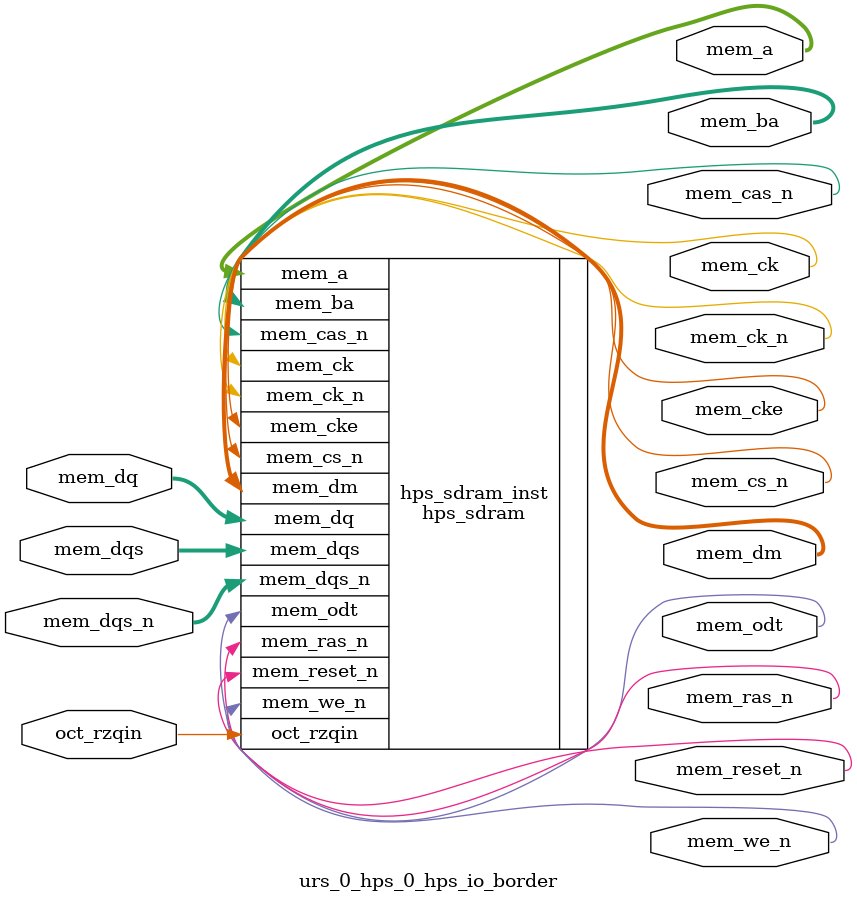
<source format=sv>


module urs_0_hps_0_hps_io_border(
// memory
  output wire [15 - 1 : 0 ] mem_a
 ,output wire [3 - 1 : 0 ] mem_ba
 ,output wire [1 - 1 : 0 ] mem_ck
 ,output wire [1 - 1 : 0 ] mem_ck_n
 ,output wire [1 - 1 : 0 ] mem_cke
 ,output wire [1 - 1 : 0 ] mem_cs_n
 ,output wire [1 - 1 : 0 ] mem_ras_n
 ,output wire [1 - 1 : 0 ] mem_cas_n
 ,output wire [1 - 1 : 0 ] mem_we_n
 ,output wire [1 - 1 : 0 ] mem_reset_n
 ,inout wire [32 - 1 : 0 ] mem_dq
 ,inout wire [4 - 1 : 0 ] mem_dqs
 ,inout wire [4 - 1 : 0 ] mem_dqs_n
 ,output wire [1 - 1 : 0 ] mem_odt
 ,output wire [4 - 1 : 0 ] mem_dm
 ,input wire [1 - 1 : 0 ] oct_rzqin
);


hps_sdram hps_sdram_inst(
 .mem_dq({
    mem_dq[31:0] // 31:0
  })
,.mem_odt({
    mem_odt[0:0] // 0:0
  })
,.mem_ras_n({
    mem_ras_n[0:0] // 0:0
  })
,.mem_dqs_n({
    mem_dqs_n[3:0] // 3:0
  })
,.mem_dqs({
    mem_dqs[3:0] // 3:0
  })
,.mem_dm({
    mem_dm[3:0] // 3:0
  })
,.mem_we_n({
    mem_we_n[0:0] // 0:0
  })
,.mem_cas_n({
    mem_cas_n[0:0] // 0:0
  })
,.mem_ba({
    mem_ba[2:0] // 2:0
  })
,.mem_a({
    mem_a[14:0] // 14:0
  })
,.mem_cs_n({
    mem_cs_n[0:0] // 0:0
  })
,.mem_ck({
    mem_ck[0:0] // 0:0
  })
,.mem_cke({
    mem_cke[0:0] // 0:0
  })
,.oct_rzqin({
    oct_rzqin[0:0] // 0:0
  })
,.mem_reset_n({
    mem_reset_n[0:0] // 0:0
  })
,.mem_ck_n({
    mem_ck_n[0:0] // 0:0
  })
);

endmodule


</source>
